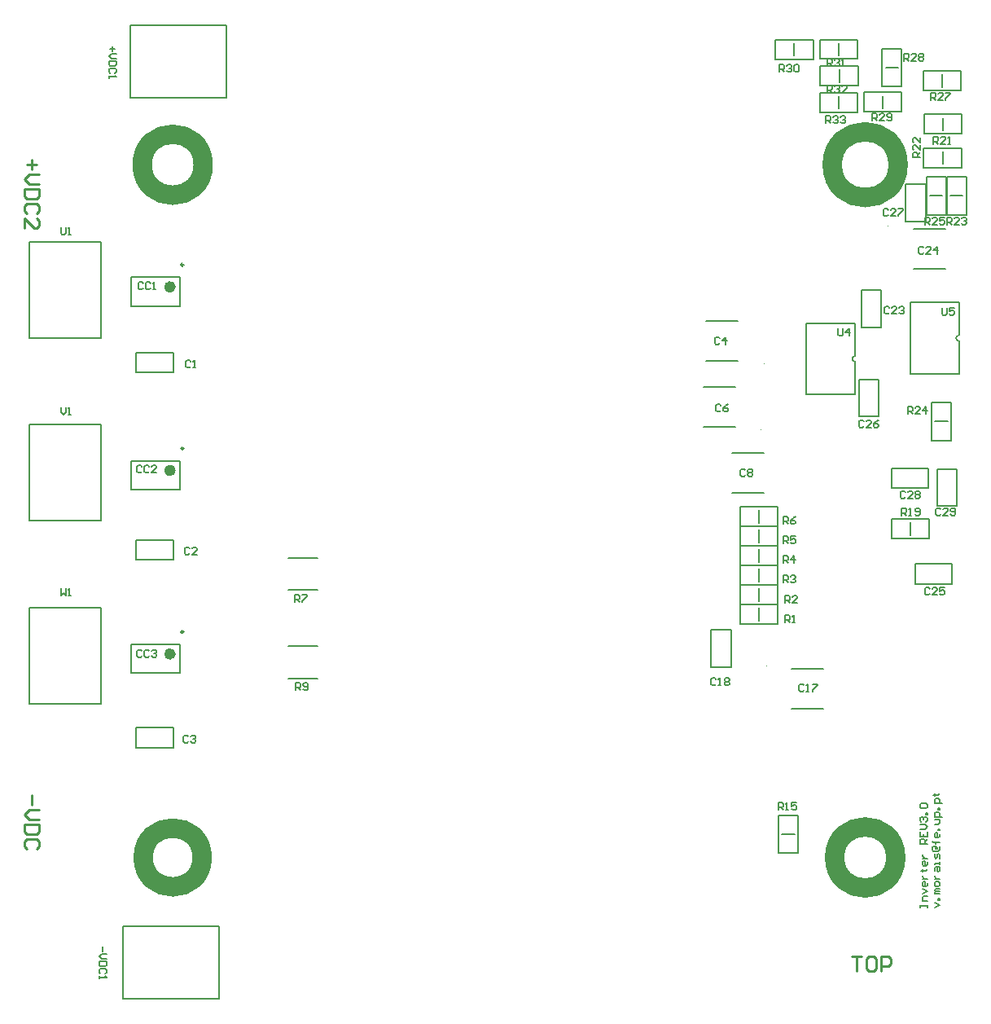
<source format=gto>
G04 Layer_Color=65535*
%FSLAX25Y25*%
%MOIN*%
G70*
G01*
G75*
%ADD45C,0.00787*%
%ADD46C,0.02362*%
%ADD47C,0.00984*%
%ADD48C,0.00394*%
%ADD49C,0.07874*%
%ADD50C,0.00500*%
%ADD51C,0.00600*%
%ADD52C,0.01000*%
D45*
X381000Y261293D02*
G03*
X381000Y258793I0J-1250D01*
G01*
X338500Y252793D02*
G03*
X338500Y250293I0J-1250D01*
G01*
X361000Y179441D02*
Y184559D01*
X381000Y261293D02*
Y274669D01*
Y245417D02*
Y258793D01*
X361000Y245417D02*
X381000D01*
X361000D02*
Y274669D01*
X381000D01*
X338500Y252793D02*
Y266169D01*
Y236917D02*
Y250293D01*
X318500Y236917D02*
X338500D01*
X318500D02*
Y266169D01*
X338500D01*
X374200Y331241D02*
Y336359D01*
X374400Y345041D02*
Y350159D01*
X374100Y362841D02*
Y367959D01*
X350881Y370690D02*
X355999D01*
X349700Y354041D02*
Y359159D01*
X331600Y375641D02*
Y380759D01*
X331900Y364791D02*
Y369909D01*
X331600Y353941D02*
Y359059D01*
X313500Y375541D02*
Y380659D01*
X106494Y120705D02*
X118306D01*
X106494Y133895D02*
X118306D01*
X106494Y156905D02*
X118306D01*
X106494Y170095D02*
X118306D01*
X38515Y19264D02*
X77885D01*
X38515Y-10264D02*
X77885D01*
X38515D02*
Y19264D01*
X77885Y-10264D02*
Y19264D01*
X29764Y110315D02*
Y149685D01*
X236Y110315D02*
Y149685D01*
X29764D01*
X236Y110315D02*
X29764D01*
Y185236D02*
Y224606D01*
X236Y185236D02*
Y224606D01*
X29764D01*
X236Y185236D02*
X29764D01*
Y260157D02*
Y299528D01*
X236Y260157D02*
Y299528D01*
X29764D01*
X236Y260157D02*
X29764D01*
X371141Y225900D02*
X376259D01*
X308441Y57000D02*
X313559D01*
X299000Y144441D02*
Y149559D01*
Y152441D02*
Y157559D01*
Y160441D02*
Y165559D01*
Y168441D02*
Y173559D01*
Y176441D02*
Y181559D01*
Y184441D02*
Y189559D01*
X42158Y122895D02*
Y134705D01*
X61843Y122895D02*
Y134705D01*
X42158Y122895D02*
X61843D01*
X42158Y134705D02*
X61843D01*
X42158Y197994D02*
Y209805D01*
X61843Y197994D02*
Y209805D01*
X42158Y197994D02*
X61843D01*
X42158Y209805D02*
X61843D01*
X42158Y273095D02*
Y284906D01*
X61843Y273095D02*
Y284906D01*
X42158Y273095D02*
X61843D01*
X42158Y284906D02*
X61843D01*
X312504Y108331D02*
X325496D01*
X312504Y124669D02*
X325496D01*
X288004Y196831D02*
X300996D01*
X288004Y213169D02*
X300996D01*
X276398Y240169D02*
X289390D01*
X276398Y223831D02*
X289390D01*
X277504Y267169D02*
X290496D01*
X277504Y250831D02*
X290496D01*
X41615Y358436D02*
X80985D01*
X41615Y387964D02*
X80985D01*
Y358436D02*
Y387964D01*
X41615Y358436D02*
Y387964D01*
X369041Y318200D02*
X374159D01*
X362204Y304569D02*
X375196D01*
X362204Y288231D02*
X375196D01*
X377341Y318200D02*
X382459D01*
D46*
X59087Y130769D02*
G03*
X59087Y130769I-1181J0D01*
G01*
Y205869D02*
G03*
X59087Y205869I-1181J0D01*
G01*
Y280968D02*
G03*
X59087Y280968I-1181J0D01*
G01*
D47*
X63437Y139824D02*
G03*
X63437Y139824I-492J0D01*
G01*
Y214924D02*
G03*
X63437Y214924I-492J0D01*
G01*
Y290024D02*
G03*
X63437Y290024I-492J0D01*
G01*
D48*
X302220Y125898D02*
G03*
X302220Y125898I-197J0D01*
G01*
X277720Y214398D02*
G03*
X277720Y214398I-197J0D01*
G01*
X300067Y222602D02*
G03*
X300067Y222602I-197J0D01*
G01*
X301174Y249602D02*
G03*
X301174Y249602I-197J0D01*
G01*
X351920Y305798D02*
G03*
X351920Y305798I-197J0D01*
G01*
D49*
X71086Y47500D02*
G03*
X71086Y47500I-12051J0D01*
G01*
X355000D02*
G03*
X355000Y47500I-12500J0D01*
G01*
X355977Y330965D02*
G03*
X355977Y330965I-13477J0D01*
G01*
X71517D02*
G03*
X71517Y330965I-12482J0D01*
G01*
D50*
X378095Y159450D02*
Y167550D01*
X362905D02*
X378095D01*
X362905Y159450D02*
X378095D01*
X362905D02*
Y167550D01*
X353264Y178004D02*
Y185996D01*
Y178004D02*
X368736D01*
Y185996D01*
X353264D02*
X368736D01*
X339950Y243095D02*
X348050D01*
X339950Y227905D02*
Y243095D01*
X348050Y227905D02*
Y243095D01*
X339950Y227905D02*
X348050D01*
X366464Y329804D02*
Y337796D01*
Y329804D02*
X381936D01*
Y337796D01*
X366464D02*
X381936D01*
X382136Y343604D02*
Y351596D01*
X366664D02*
X382136D01*
X366664Y343604D02*
Y351596D01*
Y343604D02*
X382136D01*
X381836Y361404D02*
Y369396D01*
X366364D02*
X381836D01*
X366364Y361404D02*
Y369396D01*
Y361404D02*
X381836D01*
X349444Y378426D02*
X357436D01*
X349444Y362954D02*
Y378426D01*
Y362954D02*
X357436D01*
Y378426D01*
Y352604D02*
Y360596D01*
X341964D02*
X357436D01*
X341964Y352604D02*
Y360596D01*
Y352604D02*
X357436D01*
X323864Y374204D02*
Y382196D01*
Y374204D02*
X339336D01*
Y382196D01*
X323864D02*
X339336D01*
X339636Y363354D02*
Y371346D01*
X324164D02*
X339636D01*
X324164Y363354D02*
Y371346D01*
Y363354D02*
X339636D01*
X323864Y352504D02*
Y360496D01*
Y352504D02*
X339336D01*
Y360496D01*
X323864D02*
X339336D01*
X305764Y374104D02*
Y382096D01*
Y374104D02*
X321236D01*
Y382096D01*
X305764D02*
X321236D01*
X377696Y218164D02*
Y233636D01*
X369704Y218164D02*
X377696D01*
X369704D02*
Y233636D01*
X377696D01*
X314996Y49264D02*
Y64736D01*
X307004Y49264D02*
X314996D01*
X307004D02*
Y64736D01*
X314996D01*
X291264Y150996D02*
X306736D01*
Y143004D02*
Y150996D01*
X291264Y143004D02*
X306736D01*
X291264D02*
Y150996D01*
Y158996D02*
X306736D01*
Y151004D02*
Y158996D01*
X291264Y151004D02*
X306736D01*
X291264D02*
Y158996D01*
Y166996D02*
X306736D01*
Y159004D02*
Y166996D01*
X291264Y159004D02*
X306736D01*
X291264D02*
Y166996D01*
Y174996D02*
X306736D01*
Y167004D02*
Y174996D01*
X291264Y167004D02*
X306736D01*
X291264D02*
Y174996D01*
Y182996D02*
X306736D01*
Y175004D02*
Y182996D01*
X291264Y175004D02*
X306736D01*
X291264D02*
Y182996D01*
Y190996D02*
X306736D01*
Y183004D02*
Y190996D01*
X291264Y183004D02*
X306736D01*
X291264D02*
Y190996D01*
X368495Y198550D02*
Y206650D01*
X353305D02*
X368495D01*
X353305Y198550D02*
X368495D01*
X353305D02*
Y206650D01*
X367604Y310464D02*
Y325936D01*
X375596D01*
Y310464D02*
Y325936D01*
X367604Y310464D02*
X375596D01*
X359150Y322995D02*
X367250D01*
X359150Y307805D02*
Y322995D01*
X367250Y307805D02*
Y322995D01*
X359150Y307805D02*
X367250D01*
X375904Y325936D02*
X383896D01*
X375904Y310464D02*
Y325936D01*
Y310464D02*
X383896D01*
Y325936D01*
X371850Y206395D02*
X379950D01*
X371850Y191205D02*
Y206395D01*
X379950Y191205D02*
Y206395D01*
X371850Y191205D02*
X379950D01*
X340850Y279595D02*
X348950D01*
X340850Y264405D02*
Y279595D01*
X348950Y264405D02*
Y279595D01*
X340850Y264405D02*
X348950D01*
X44005Y246050D02*
Y254150D01*
Y246050D02*
X59195D01*
X44005Y254150D02*
X59195D01*
Y246050D02*
Y254150D01*
X44005Y169250D02*
Y177350D01*
Y169250D02*
X59195D01*
X44005Y177350D02*
X59195D01*
Y169250D02*
Y177350D01*
X44005Y92450D02*
Y100550D01*
Y92450D02*
X59195D01*
X44005Y100550D02*
X59195D01*
Y92450D02*
Y100550D01*
X279450Y125405D02*
X287550D01*
Y140595D01*
X279450Y125405D02*
Y140595D01*
X287550D01*
D51*
X364862Y27100D02*
Y28100D01*
Y27600D01*
X367862D01*
Y27100D01*
Y28100D01*
Y29599D02*
X365862D01*
Y31099D01*
X366362Y31598D01*
X367862D01*
X365862Y32598D02*
X367862Y33598D01*
X365862Y34598D01*
X367862Y37097D02*
Y36097D01*
X367362Y35597D01*
X366362D01*
X365862Y36097D01*
Y37097D01*
X366362Y37597D01*
X366862D01*
Y35597D01*
X365862Y38596D02*
X367862D01*
X366862D01*
X366362Y39096D01*
X365862Y39596D01*
Y40096D01*
X365362Y42095D02*
X365862D01*
Y41595D01*
Y42595D01*
Y42095D01*
X367362D01*
X367862Y42595D01*
Y45594D02*
Y44594D01*
X367362Y44094D01*
X366362D01*
X365862Y44594D01*
Y45594D01*
X366362Y46094D01*
X366862D01*
Y44094D01*
X365862Y47093D02*
X367862D01*
X366862D01*
X366362Y47593D01*
X365862Y48093D01*
Y48593D01*
X367862Y53092D02*
X364862D01*
Y54591D01*
X365362Y55091D01*
X366362D01*
X366862Y54591D01*
Y53092D01*
Y54091D02*
X367862Y55091D01*
X364862Y58090D02*
Y56091D01*
X367862D01*
Y58090D01*
X366362Y56091D02*
Y57090D01*
X364862Y59090D02*
X366862D01*
X367862Y60089D01*
X366862Y61089D01*
X364862D01*
X365362Y62089D02*
X364862Y62589D01*
Y63588D01*
X365362Y64088D01*
X365862D01*
X366362Y63588D01*
Y63088D01*
Y63588D01*
X366862Y64088D01*
X367362D01*
X367862Y63588D01*
Y62589D01*
X367362Y62089D01*
X367862Y65088D02*
X367362D01*
Y65588D01*
X367862D01*
Y65088D01*
X365362Y67587D02*
X364862Y68087D01*
Y69086D01*
X365362Y69586D01*
X367362D01*
X367862Y69086D01*
Y68087D01*
X367362Y67587D01*
X365362D01*
X370901Y27100D02*
X372900Y28100D01*
X370901Y29099D01*
X372900Y30099D02*
X372400D01*
Y30599D01*
X372900D01*
Y30099D01*
Y32598D02*
X370901D01*
Y33098D01*
X371401Y33598D01*
X372900D01*
X371401D01*
X370901Y34098D01*
X371401Y34598D01*
X372900D01*
Y36097D02*
Y37097D01*
X372400Y37597D01*
X371401D01*
X370901Y37097D01*
Y36097D01*
X371401Y35597D01*
X372400D01*
X372900Y36097D01*
X370901Y38596D02*
X372900D01*
X371901D01*
X371401Y39096D01*
X370901Y39596D01*
Y40096D01*
Y42095D02*
Y43095D01*
X371401Y43595D01*
X372900D01*
Y42095D01*
X372400Y41595D01*
X371901Y42095D01*
Y43595D01*
X372900Y44594D02*
Y45594D01*
Y45094D01*
X370901D01*
Y44594D01*
X372900Y47093D02*
Y48593D01*
X372400Y49093D01*
X371901Y48593D01*
Y47593D01*
X371401Y47093D01*
X370901Y47593D01*
Y49093D01*
X371901Y51592D02*
X371401D01*
Y51092D01*
X371901D01*
Y51592D01*
X371401Y52092D01*
X370401D01*
X369901Y51592D01*
Y50592D01*
X370401Y50093D01*
X372400D01*
X372900Y50592D01*
Y52092D01*
Y53591D02*
X370401D01*
X371401D01*
Y53092D01*
Y54091D01*
Y53591D01*
X370401D01*
X369901Y54091D01*
X372900Y57090D02*
Y56091D01*
X372400Y55591D01*
X371401D01*
X370901Y56091D01*
Y57090D01*
X371401Y57590D01*
X371901D01*
Y55591D01*
X372900Y58590D02*
X372400D01*
Y59090D01*
X372900D01*
Y58590D01*
X370901Y61089D02*
X372400D01*
X372900Y61589D01*
Y63088D01*
X370901D01*
X373900Y64088D02*
X370901D01*
Y65588D01*
X371401Y66087D01*
X372400D01*
X372900Y65588D01*
Y64088D01*
Y67087D02*
X372400D01*
Y67587D01*
X372900D01*
Y67087D01*
X373900Y69586D02*
X370901D01*
Y71086D01*
X371401Y71586D01*
X372400D01*
X372900Y71086D01*
Y69586D01*
X370401Y73085D02*
X370901D01*
Y72585D01*
Y73585D01*
Y73085D01*
X372400D01*
X372900Y73585D01*
X317499Y117999D02*
X317000Y118499D01*
X316000D01*
X315500Y117999D01*
Y116000D01*
X316000Y115500D01*
X317000D01*
X317499Y116000D01*
X318499Y115500D02*
X319499D01*
X318999D01*
Y118499D01*
X318499Y117999D01*
X320998Y118499D02*
X322998D01*
Y117999D01*
X320998Y116000D01*
Y115500D01*
X307000Y67000D02*
Y69999D01*
X308500D01*
X308999Y69499D01*
Y68499D01*
X308500Y68000D01*
X307000D01*
X308000D02*
X308999Y67000D01*
X309999D02*
X310999D01*
X310499D01*
Y69999D01*
X309999Y69499D01*
X314498Y69999D02*
X312498D01*
Y68499D01*
X313498Y68999D01*
X313998D01*
X314498Y68499D01*
Y67500D01*
X313998Y67000D01*
X312998D01*
X312498Y67500D01*
X309705Y143650D02*
Y146649D01*
X311204D01*
X311704Y146149D01*
Y145149D01*
X311204Y144649D01*
X309705D01*
X310704D02*
X311704Y143650D01*
X312704D02*
X313703D01*
X313204D01*
Y146649D01*
X312704Y146149D01*
X309705Y151650D02*
Y154649D01*
X311204D01*
X311704Y154149D01*
Y153149D01*
X311204Y152649D01*
X309705D01*
X310704D02*
X311704Y151650D01*
X314703D02*
X312704D01*
X314703Y153649D01*
Y154149D01*
X314203Y154649D01*
X313204D01*
X312704Y154149D01*
X308937Y160000D02*
Y162999D01*
X310437D01*
X310936Y162499D01*
Y161500D01*
X310437Y161000D01*
X308937D01*
X309937D02*
X310936Y160000D01*
X311936Y162499D02*
X312436Y162999D01*
X313436D01*
X313935Y162499D01*
Y161999D01*
X313436Y161500D01*
X312936D01*
X313436D01*
X313935Y161000D01*
Y160500D01*
X313436Y160000D01*
X312436D01*
X311936Y160500D01*
X309000Y168000D02*
Y170999D01*
X310500D01*
X310999Y170499D01*
Y169500D01*
X310500Y169000D01*
X309000D01*
X310000D02*
X310999Y168000D01*
X313498D02*
Y170999D01*
X311999Y169500D01*
X313998D01*
X309000Y176000D02*
Y178999D01*
X310500D01*
X310999Y178499D01*
Y177499D01*
X310500Y177000D01*
X309000D01*
X310000D02*
X310999Y176000D01*
X313998Y178999D02*
X311999D01*
Y177499D01*
X312999Y177999D01*
X313498D01*
X313998Y177499D01*
Y176500D01*
X313498Y176000D01*
X312499D01*
X311999Y176500D01*
X309000Y184000D02*
Y186999D01*
X310500D01*
X310999Y186499D01*
Y185500D01*
X310500Y185000D01*
X309000D01*
X310000D02*
X310999Y184000D01*
X313998Y186999D02*
X312999Y186499D01*
X311999Y185500D01*
Y184500D01*
X312499Y184000D01*
X313498D01*
X313998Y184500D01*
Y185000D01*
X313498Y185500D01*
X311999D01*
X293499Y205999D02*
X293000Y206499D01*
X292000D01*
X291500Y205999D01*
Y204000D01*
X292000Y203500D01*
X293000D01*
X293499Y204000D01*
X294499Y205999D02*
X294999Y206499D01*
X295999D01*
X296498Y205999D01*
Y205499D01*
X295999Y204999D01*
X296498Y204500D01*
Y204000D01*
X295999Y203500D01*
X294999D01*
X294499Y204000D01*
Y204500D01*
X294999Y204999D01*
X294499Y205499D01*
Y205999D01*
X294999Y204999D02*
X295999D01*
X283499Y232499D02*
X282999Y232999D01*
X282000D01*
X281500Y232499D01*
Y230500D01*
X282000Y230000D01*
X282999D01*
X283499Y230500D01*
X286498Y232999D02*
X285499Y232499D01*
X284499Y231500D01*
Y230500D01*
X284999Y230000D01*
X285999D01*
X286498Y230500D01*
Y231000D01*
X285999Y231500D01*
X284499D01*
X282999Y259999D02*
X282500Y260499D01*
X281500D01*
X281000Y259999D01*
Y258000D01*
X281500Y257500D01*
X282500D01*
X282999Y258000D01*
X285498Y257500D02*
Y260499D01*
X283999Y258999D01*
X285998D01*
X30500Y11000D02*
Y9001D01*
X31999Y8001D02*
X30000D01*
X29000Y7001D01*
X30000Y6002D01*
X31999D01*
Y5002D02*
X29000D01*
Y3502D01*
X29500Y3003D01*
X31499D01*
X31999Y3502D01*
Y5002D01*
X31499Y4D02*
X31999Y503D01*
Y1503D01*
X31499Y2003D01*
X29500D01*
X29000Y1503D01*
Y503D01*
X29500Y4D01*
X29000Y-996D02*
Y-1996D01*
Y-1496D01*
X31999D01*
X31499Y-996D01*
X34499Y379500D02*
Y377501D01*
X35499Y378500D02*
X33500D01*
X35999Y376501D02*
X34000D01*
X33000Y375501D01*
X34000Y374502D01*
X35999D01*
Y373502D02*
X33000D01*
Y372002D01*
X33500Y371503D01*
X35499D01*
X35999Y372002D01*
Y373502D01*
X35499Y368504D02*
X35999Y369003D01*
Y370003D01*
X35499Y370503D01*
X33500D01*
X33000Y370003D01*
Y369003D01*
X33500Y368504D01*
X33000Y367504D02*
Y366504D01*
Y367004D01*
X35999D01*
X35499Y367504D01*
X13300Y157599D02*
Y154600D01*
X14300Y155600D01*
X15299Y154600D01*
Y157599D01*
X16299Y154600D02*
X17299D01*
X16799D01*
Y157599D01*
X16299Y157099D01*
X13300Y231699D02*
Y229700D01*
X14300Y228700D01*
X15299Y229700D01*
Y231699D01*
X16299Y228700D02*
X17299D01*
X16799D01*
Y231699D01*
X16299Y231199D01*
X13300Y305499D02*
Y303000D01*
X13800Y302500D01*
X14799D01*
X15299Y303000D01*
Y305499D01*
X16299Y302500D02*
X17299D01*
X16799D01*
Y305499D01*
X16299Y304999D01*
X65499Y96999D02*
X65000Y97499D01*
X64000D01*
X63500Y96999D01*
Y95000D01*
X64000Y94500D01*
X65000D01*
X65499Y95000D01*
X66499Y96999D02*
X66999Y97499D01*
X67999D01*
X68498Y96999D01*
Y96499D01*
X67999Y95999D01*
X67499D01*
X67999D01*
X68498Y95500D01*
Y95000D01*
X67999Y94500D01*
X66999D01*
X66499Y95000D01*
X65999Y173999D02*
X65500Y174499D01*
X64500D01*
X64000Y173999D01*
Y172000D01*
X64500Y171500D01*
X65500D01*
X65999Y172000D01*
X68998Y171500D02*
X66999D01*
X68998Y173499D01*
Y173999D01*
X68499Y174499D01*
X67499D01*
X66999Y173999D01*
X66499Y250499D02*
X66000Y250999D01*
X65000D01*
X64500Y250499D01*
Y248500D01*
X65000Y248000D01*
X66000D01*
X66499Y248500D01*
X67499Y248000D02*
X68499D01*
X67999D01*
Y250999D01*
X67499Y250499D01*
X46999Y282499D02*
X46499Y282999D01*
X45500D01*
X45000Y282499D01*
Y280500D01*
X45500Y280000D01*
X46499D01*
X46999Y280500D01*
X49998Y282499D02*
X49499Y282999D01*
X48499D01*
X47999Y282499D01*
Y280500D01*
X48499Y280000D01*
X49499D01*
X49998Y280500D01*
X50998Y280000D02*
X51998D01*
X51498D01*
Y282999D01*
X50998Y282499D01*
X46499Y207499D02*
X46000Y207999D01*
X45000D01*
X44500Y207499D01*
Y205500D01*
X45000Y205000D01*
X46000D01*
X46499Y205500D01*
X49498Y207499D02*
X48999Y207999D01*
X47999D01*
X47499Y207499D01*
Y205500D01*
X47999Y205000D01*
X48999D01*
X49498Y205500D01*
X52497Y205000D02*
X50498D01*
X52497Y206999D01*
Y207499D01*
X51998Y207999D01*
X50998D01*
X50498Y207499D01*
X46499Y131999D02*
X46000Y132499D01*
X45000D01*
X44500Y131999D01*
Y130000D01*
X45000Y129500D01*
X46000D01*
X46499Y130000D01*
X49498Y131999D02*
X48999Y132499D01*
X47999D01*
X47499Y131999D01*
Y130000D01*
X47999Y129500D01*
X48999D01*
X49498Y130000D01*
X50498Y131999D02*
X50998Y132499D01*
X51998D01*
X52497Y131999D01*
Y131499D01*
X51998Y131000D01*
X51498D01*
X51998D01*
X52497Y130500D01*
Y130000D01*
X51998Y129500D01*
X50998D01*
X50498Y130000D01*
X352499Y272499D02*
X351999Y272999D01*
X351000D01*
X350500Y272499D01*
Y270500D01*
X351000Y270000D01*
X351999D01*
X352499Y270500D01*
X355498Y270000D02*
X353499D01*
X355498Y271999D01*
Y272499D01*
X354998Y272999D01*
X353999D01*
X353499Y272499D01*
X356498D02*
X356998Y272999D01*
X357998D01*
X358497Y272499D01*
Y271999D01*
X357998Y271499D01*
X357498D01*
X357998D01*
X358497Y271000D01*
Y270500D01*
X357998Y270000D01*
X356998D01*
X356498Y270500D01*
X366499Y296999D02*
X366000Y297499D01*
X365000D01*
X364500Y296999D01*
Y295000D01*
X365000Y294500D01*
X366000D01*
X366499Y295000D01*
X369498Y294500D02*
X367499D01*
X369498Y296499D01*
Y296999D01*
X368999Y297499D01*
X367999D01*
X367499Y296999D01*
X371998Y294500D02*
Y297499D01*
X370498Y296000D01*
X372497D01*
X351999Y312499D02*
X351500Y312999D01*
X350500D01*
X350000Y312499D01*
Y310500D01*
X350500Y310000D01*
X351500D01*
X351999Y310500D01*
X354998Y310000D02*
X352999D01*
X354998Y311999D01*
Y312499D01*
X354499Y312999D01*
X353499D01*
X352999Y312499D01*
X355998Y312999D02*
X357997D01*
Y312499D01*
X355998Y310500D01*
Y310000D01*
X358999Y196999D02*
X358500Y197499D01*
X357500D01*
X357000Y196999D01*
Y195000D01*
X357500Y194500D01*
X358500D01*
X358999Y195000D01*
X361998Y194500D02*
X359999D01*
X361998Y196499D01*
Y196999D01*
X361498Y197499D01*
X360499D01*
X359999Y196999D01*
X362998D02*
X363498Y197499D01*
X364498D01*
X364997Y196999D01*
Y196499D01*
X364498Y196000D01*
X364997Y195500D01*
Y195000D01*
X364498Y194500D01*
X363498D01*
X362998Y195000D01*
Y195500D01*
X363498Y196000D01*
X362998Y196499D01*
Y196999D01*
X363498Y196000D02*
X364498D01*
X373499Y189999D02*
X373000Y190499D01*
X372000D01*
X371500Y189999D01*
Y188000D01*
X372000Y187500D01*
X373000D01*
X373499Y188000D01*
X376498Y187500D02*
X374499D01*
X376498Y189499D01*
Y189999D01*
X375998Y190499D01*
X374999D01*
X374499Y189999D01*
X377498Y188000D02*
X377998Y187500D01*
X378998D01*
X379497Y188000D01*
Y189999D01*
X378998Y190499D01*
X377998D01*
X377498Y189999D01*
Y189499D01*
X377998Y188999D01*
X379497D01*
X109000Y152000D02*
Y154999D01*
X110500D01*
X110999Y154499D01*
Y153499D01*
X110500Y153000D01*
X109000D01*
X110000D02*
X110999Y152000D01*
X111999Y154999D02*
X113998D01*
Y154499D01*
X111999Y152500D01*
Y152000D01*
X109500Y116000D02*
Y118999D01*
X111000D01*
X111499Y118499D01*
Y117499D01*
X111000Y117000D01*
X109500D01*
X110500D02*
X111499Y116000D01*
X112499Y116500D02*
X112999Y116000D01*
X113999D01*
X114498Y116500D01*
Y118499D01*
X113999Y118999D01*
X112999D01*
X112499Y118499D01*
Y117999D01*
X112999Y117499D01*
X114498D01*
X360000Y229000D02*
Y231999D01*
X361500D01*
X361999Y231499D01*
Y230500D01*
X361500Y230000D01*
X360000D01*
X361000D02*
X361999Y229000D01*
X364998D02*
X362999D01*
X364998Y230999D01*
Y231499D01*
X364498Y231999D01*
X363499D01*
X362999Y231499D01*
X367498Y229000D02*
Y231999D01*
X365998Y230500D01*
X367997D01*
X367000Y306500D02*
Y309499D01*
X368499D01*
X368999Y308999D01*
Y307999D01*
X368499Y307500D01*
X367000D01*
X368000D02*
X368999Y306500D01*
X371998D02*
X369999D01*
X371998Y308499D01*
Y308999D01*
X371498Y309499D01*
X370499D01*
X369999Y308999D01*
X374997Y309499D02*
X372998D01*
Y307999D01*
X373998Y308499D01*
X374498D01*
X374997Y307999D01*
Y307000D01*
X374498Y306500D01*
X373498D01*
X372998Y307000D01*
X374000Y272499D02*
Y270000D01*
X374500Y269500D01*
X375500D01*
X375999Y270000D01*
Y272499D01*
X378998D02*
X376999D01*
Y271000D01*
X377999Y271499D01*
X378499D01*
X378998Y271000D01*
Y270000D01*
X378499Y269500D01*
X377499D01*
X376999Y270000D01*
X370500Y339500D02*
Y342499D01*
X372000D01*
X372499Y341999D01*
Y341000D01*
X372000Y340500D01*
X370500D01*
X371500D02*
X372499Y339500D01*
X375498D02*
X373499D01*
X375498Y341499D01*
Y341999D01*
X374998Y342499D01*
X373999D01*
X373499Y341999D01*
X376498Y339500D02*
X377498D01*
X376998D01*
Y342499D01*
X376498Y341999D01*
X365000Y334000D02*
X362001D01*
Y335500D01*
X362501Y335999D01*
X363500D01*
X364000Y335500D01*
Y334000D01*
Y335000D02*
X365000Y335999D01*
Y338998D02*
Y336999D01*
X363001Y338998D01*
X362501D01*
X362001Y338498D01*
Y337499D01*
X362501Y336999D01*
X365000Y341997D02*
Y339998D01*
X363001Y341997D01*
X362501D01*
X362001Y341498D01*
Y340498D01*
X362501Y339998D01*
X376000Y306500D02*
Y309499D01*
X377500D01*
X377999Y308999D01*
Y307999D01*
X377500Y307500D01*
X376000D01*
X377000D02*
X377999Y306500D01*
X380998D02*
X378999D01*
X380998Y308499D01*
Y308999D01*
X380499Y309499D01*
X379499D01*
X378999Y308999D01*
X381998D02*
X382498Y309499D01*
X383498D01*
X383997Y308999D01*
Y308499D01*
X383498Y307999D01*
X382998D01*
X383498D01*
X383997Y307500D01*
Y307000D01*
X383498Y306500D01*
X382498D01*
X381998Y307000D01*
X369500Y357500D02*
Y360499D01*
X371000D01*
X371499Y359999D01*
Y358999D01*
X371000Y358500D01*
X369500D01*
X370500D02*
X371499Y357500D01*
X374498D02*
X372499D01*
X374498Y359499D01*
Y359999D01*
X373998Y360499D01*
X372999D01*
X372499Y359999D01*
X375498Y360499D02*
X377497D01*
Y359999D01*
X375498Y358000D01*
Y357500D01*
X358500Y373500D02*
Y376499D01*
X359999D01*
X360499Y375999D01*
Y374999D01*
X359999Y374500D01*
X358500D01*
X359500D02*
X360499Y373500D01*
X363498D02*
X361499D01*
X363498Y375499D01*
Y375999D01*
X362999Y376499D01*
X361999D01*
X361499Y375999D01*
X364498D02*
X364998Y376499D01*
X365998D01*
X366497Y375999D01*
Y375499D01*
X365998Y374999D01*
X366497Y374500D01*
Y374000D01*
X365998Y373500D01*
X364998D01*
X364498Y374000D01*
Y374500D01*
X364998Y374999D01*
X364498Y375499D01*
Y375999D01*
X364998Y374999D02*
X365998D01*
X345500Y349000D02*
Y351999D01*
X347000D01*
X347499Y351499D01*
Y350500D01*
X347000Y350000D01*
X345500D01*
X346500D02*
X347499Y349000D01*
X350498D02*
X348499D01*
X350498Y350999D01*
Y351499D01*
X349998Y351999D01*
X348999D01*
X348499Y351499D01*
X351498Y349500D02*
X351998Y349000D01*
X352998D01*
X353497Y349500D01*
Y351499D01*
X352998Y351999D01*
X351998D01*
X351498Y351499D01*
Y350999D01*
X351998Y350500D01*
X353497D01*
X307500Y369000D02*
Y371999D01*
X308999D01*
X309499Y371499D01*
Y370499D01*
X308999Y370000D01*
X307500D01*
X308500D02*
X309499Y369000D01*
X310499Y371499D02*
X310999Y371999D01*
X311999D01*
X312498Y371499D01*
Y370999D01*
X311999Y370499D01*
X311499D01*
X311999D01*
X312498Y370000D01*
Y369500D01*
X311999Y369000D01*
X310999D01*
X310499Y369500D01*
X313498Y371499D02*
X313998Y371999D01*
X314998D01*
X315497Y371499D01*
Y369500D01*
X314998Y369000D01*
X313998D01*
X313498Y369500D01*
Y371499D01*
X327000Y371346D02*
Y374345D01*
X328500D01*
X328999Y373845D01*
Y372846D01*
X328500Y372346D01*
X327000D01*
X328000D02*
X328999Y371346D01*
X329999Y373845D02*
X330499Y374345D01*
X331499D01*
X331998Y373845D01*
Y373345D01*
X331499Y372846D01*
X330999D01*
X331499D01*
X331998Y372346D01*
Y371846D01*
X331499Y371346D01*
X330499D01*
X329999Y371846D01*
X332998Y371346D02*
X333998D01*
X333498D01*
Y374345D01*
X332998Y373845D01*
X327000Y360496D02*
Y363495D01*
X328500D01*
X328999Y362995D01*
Y361996D01*
X328500Y361496D01*
X327000D01*
X328000D02*
X328999Y360496D01*
X329999Y362995D02*
X330499Y363495D01*
X331499D01*
X331998Y362995D01*
Y362495D01*
X331499Y361996D01*
X330999D01*
X331499D01*
X331998Y361496D01*
Y360996D01*
X331499Y360496D01*
X330499D01*
X329999Y360996D01*
X334997Y360496D02*
X332998D01*
X334997Y362495D01*
Y362995D01*
X334498Y363495D01*
X333498D01*
X332998Y362995D01*
X326500Y348000D02*
Y350999D01*
X327999D01*
X328499Y350499D01*
Y349500D01*
X327999Y349000D01*
X326500D01*
X327500D02*
X328499Y348000D01*
X329499Y350499D02*
X329999Y350999D01*
X330998D01*
X331498Y350499D01*
Y349999D01*
X330998Y349500D01*
X330499D01*
X330998D01*
X331498Y349000D01*
Y348500D01*
X330998Y348000D01*
X329999D01*
X329499Y348500D01*
X332498Y350499D02*
X332998Y350999D01*
X333998D01*
X334497Y350499D01*
Y349999D01*
X333998Y349500D01*
X333498D01*
X333998D01*
X334497Y349000D01*
Y348500D01*
X333998Y348000D01*
X332998D01*
X332498Y348500D01*
X281499Y120499D02*
X280999Y120999D01*
X280000D01*
X279500Y120499D01*
Y118500D01*
X280000Y118000D01*
X280999D01*
X281499Y118500D01*
X282499Y118000D02*
X283499D01*
X282999D01*
Y120999D01*
X282499Y120499D01*
X284998D02*
X285498Y120999D01*
X286498D01*
X286998Y120499D01*
Y119999D01*
X286498Y119500D01*
X286998Y119000D01*
Y118500D01*
X286498Y118000D01*
X285498D01*
X284998Y118500D01*
Y119000D01*
X285498Y119500D01*
X284998Y119999D01*
Y120499D01*
X285498Y119500D02*
X286498D01*
X368999Y157499D02*
X368499Y157999D01*
X367500D01*
X367000Y157499D01*
Y155500D01*
X367500Y155000D01*
X368499D01*
X368999Y155500D01*
X371998Y155000D02*
X369999D01*
X371998Y156999D01*
Y157499D01*
X371498Y157999D01*
X370499D01*
X369999Y157499D01*
X374997Y157999D02*
X372998D01*
Y156500D01*
X373998Y156999D01*
X374498D01*
X374997Y156500D01*
Y155500D01*
X374498Y155000D01*
X373498D01*
X372998Y155500D01*
X341999Y225999D02*
X341499Y226499D01*
X340500D01*
X340000Y225999D01*
Y224000D01*
X340500Y223500D01*
X341499D01*
X341999Y224000D01*
X344998Y223500D02*
X342999D01*
X344998Y225499D01*
Y225999D01*
X344498Y226499D01*
X343499D01*
X342999Y225999D01*
X347997Y226499D02*
X346998Y225999D01*
X345998Y224999D01*
Y224000D01*
X346498Y223500D01*
X347498D01*
X347997Y224000D01*
Y224500D01*
X347498Y224999D01*
X345998D01*
X357500Y187500D02*
Y190499D01*
X358999D01*
X359499Y189999D01*
Y188999D01*
X358999Y188500D01*
X357500D01*
X358500D02*
X359499Y187500D01*
X360499D02*
X361499D01*
X360999D01*
Y190499D01*
X360499Y189999D01*
X362998Y188000D02*
X363498Y187500D01*
X364498D01*
X364998Y188000D01*
Y189999D01*
X364498Y190499D01*
X363498D01*
X362998Y189999D01*
Y189499D01*
X363498Y188999D01*
X364998D01*
X331500Y263999D02*
Y261500D01*
X332000Y261000D01*
X332999D01*
X333499Y261500D01*
Y263999D01*
X335999Y261000D02*
Y263999D01*
X334499Y262499D01*
X336498D01*
D52*
X1499Y333000D02*
Y329001D01*
X3498Y331001D02*
X-500D01*
X4498Y327002D02*
X499D01*
X-1500Y325003D01*
X499Y323003D01*
X4498D01*
Y321004D02*
X-1500D01*
Y318005D01*
X-500Y317005D01*
X3498D01*
X4498Y318005D01*
Y321004D01*
X3498Y311007D02*
X4498Y312007D01*
Y314006D01*
X3498Y315006D01*
X-500D01*
X-1500Y314006D01*
Y312007D01*
X-500Y311007D01*
X-1500Y305009D02*
Y309008D01*
X2499Y305009D01*
X3498D01*
X4498Y306009D01*
Y308008D01*
X3498Y309008D01*
X1499Y73000D02*
Y69001D01*
X4498Y67002D02*
X499D01*
X-1500Y65003D01*
X499Y63003D01*
X4498D01*
Y61004D02*
X-1500D01*
Y58005D01*
X-500Y57005D01*
X3498D01*
X4498Y58005D01*
Y61004D01*
X3498Y51007D02*
X4498Y52007D01*
Y54006D01*
X3498Y55006D01*
X-500D01*
X-1500Y54006D01*
Y52007D01*
X-500Y51007D01*
X337000Y6998D02*
X340999D01*
X338999D01*
Y1000D01*
X345997Y6998D02*
X343998D01*
X342998Y5998D01*
Y2000D01*
X343998Y1000D01*
X345997D01*
X346997Y2000D01*
Y5998D01*
X345997Y6998D01*
X348996Y1000D02*
Y6998D01*
X351995D01*
X352995Y5998D01*
Y3999D01*
X351995Y2999D01*
X348996D01*
M02*

</source>
